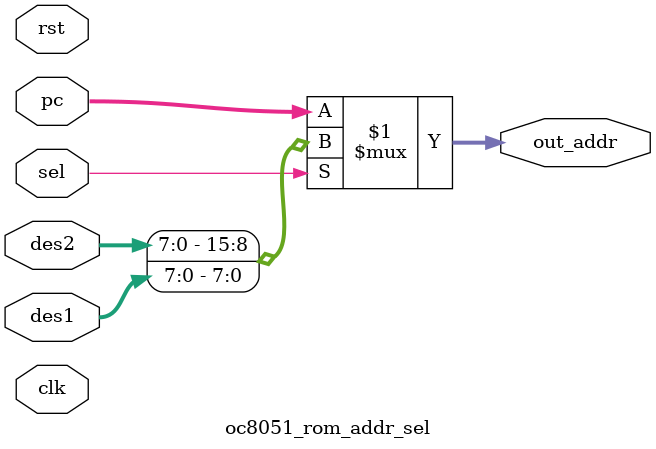
<source format=v>

`include "oc8051_timescale.v"
// synopsys translate_on


module oc8051_rom_addr_sel (clk, rst, sel, des1, des2, pc, out_addr);
//
// clk          (in)  clock
// rst          (in)  reset
// sel          (in)  output select [oc8051_decoder.rom_addr_sel]
// des1, des2   (in)  alu destination input [{oc8051_alu.des1,oc8051_alu.des2}]
// pc           (in)  pc input [oc8051_pc.pc_out]
// out_addr     (out) output address (to program rom) [oc8051_rom.addr]
//


input clk, rst, sel;
input [7:0] des1, des2;
input [15:0] pc;
output [15:0] out_addr;


//
// output address is alu destination
// (instructions MOVC)
assign out_addr = sel ? {des2, des1} : pc;

endmodule

</source>
